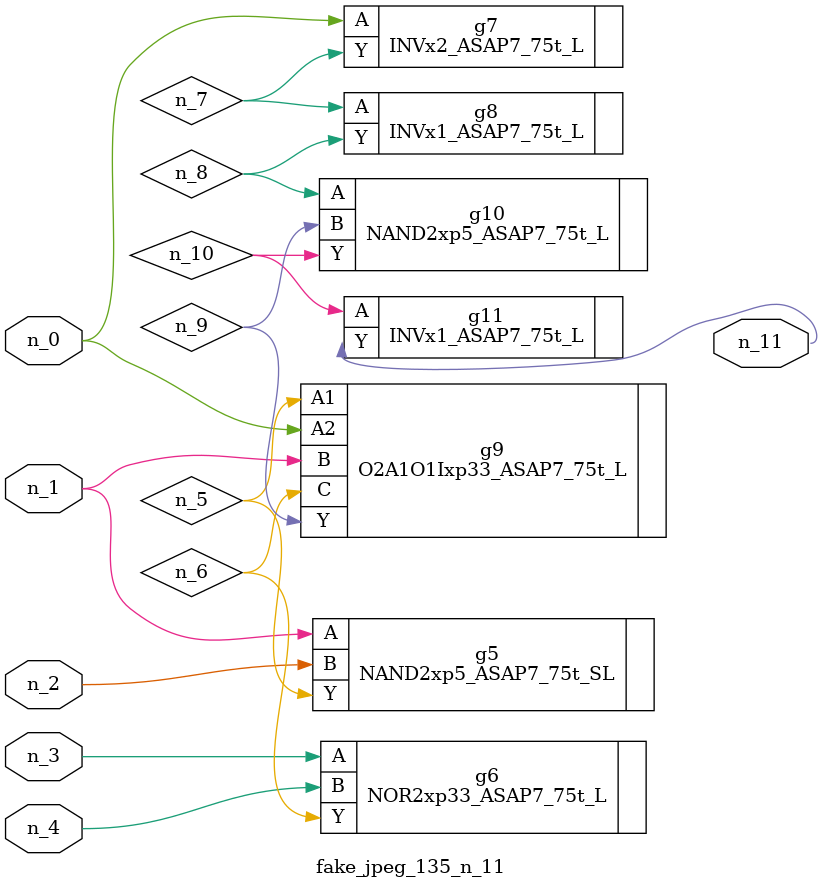
<source format=v>
module fake_jpeg_135_n_11 (n_3, n_2, n_1, n_0, n_4, n_11);

input n_3;
input n_2;
input n_1;
input n_0;
input n_4;

output n_11;

wire n_10;
wire n_8;
wire n_9;
wire n_6;
wire n_5;
wire n_7;

NAND2xp5_ASAP7_75t_SL g5 ( 
.A(n_1),
.B(n_2),
.Y(n_5)
);

NOR2xp33_ASAP7_75t_L g6 ( 
.A(n_3),
.B(n_4),
.Y(n_6)
);

INVx2_ASAP7_75t_L g7 ( 
.A(n_0),
.Y(n_7)
);

INVx1_ASAP7_75t_L g8 ( 
.A(n_7),
.Y(n_8)
);

NAND2xp5_ASAP7_75t_L g10 ( 
.A(n_8),
.B(n_9),
.Y(n_10)
);

O2A1O1Ixp33_ASAP7_75t_L g9 ( 
.A1(n_5),
.A2(n_0),
.B(n_1),
.C(n_6),
.Y(n_9)
);

INVx1_ASAP7_75t_L g11 ( 
.A(n_10),
.Y(n_11)
);


endmodule
</source>
